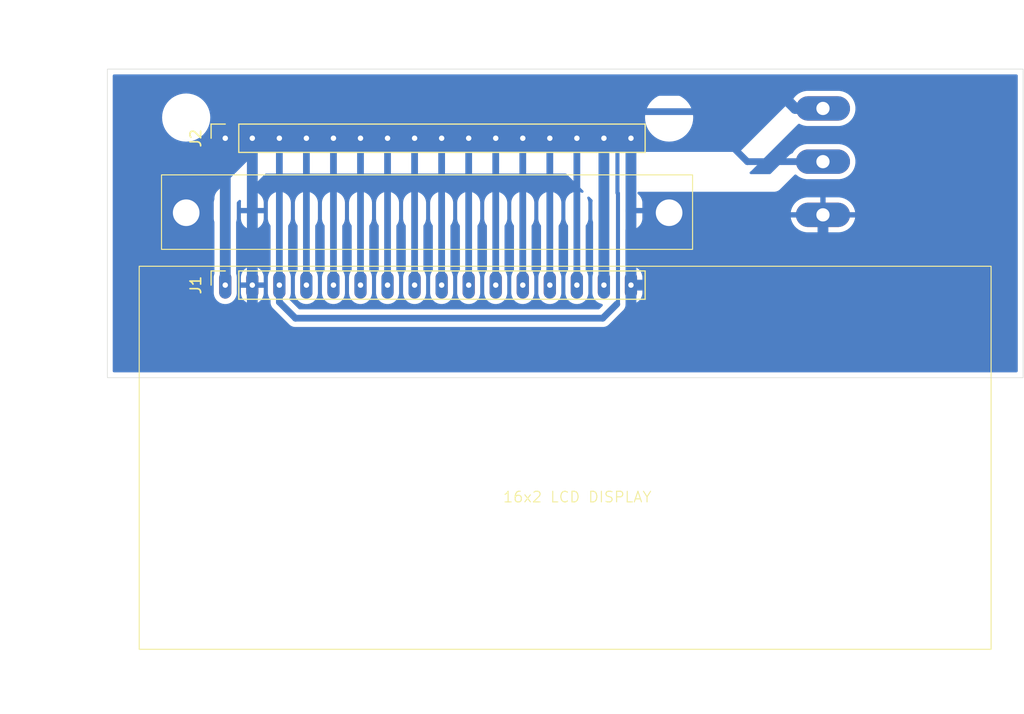
<source format=kicad_pcb>
(kicad_pcb (version 20240108) (generator "pcbnew") (generator_version "8.0")
  (layers (0 "F.Cu" signal) (31 "B.Cu" signal) (34 "B.Paste" user) (35 "F.Paste" user) (36 "B.SilkS" user "B.Silkscreen") (37 "F.SilkS" user "F.Silkscreen") (38 "B.Mask" user) (39 "F.Mask" user) (44 "Edge.Cuts" user))
  (net 0 "")
  (net 1 "Net-(J1-Pin_13)")
  (net 2 "Net-(J1-Pin_3)")
  (net 3 "Net-(J1-Pin_10)")
  (net 4 "Net-(J1-Pin_11)")
  (net 5 "Net-(J1-Pin_6)")
  (net 6 "Net-(J1-Pin_7)")
  (net 7 "Net-(J1-Pin_5)")
  (net 8 "Net-(J1-Pin_9)")
  (net 9 "Net-(J1-Pin_14)")
  (net 10 "Net-(J1-Pin_8)")
  (net 11 "Net-(J1-Pin_4)")
  (net 12 "Net-(J1-Pin_12)")
  (net 13 "VSS")
  (net 14 "GND")
  (footprint "on_board_conn:waski" (layer "F.Cu") (at 89.89 92.368 90)
    (property "Reference" "J2" (at 0 -2.77 90) (layer "F.SilkS"))
    (property "Value" "Conn_01x16_Pin")
    (fp_line (start 1.33 -1.33) (end 1.33 0) (stroke (width 0.12)) (layer "F.SilkS"))
    (fp_line (start 0 -1.33) (end 1.33 -1.33) (stroke (width 0.12)) (layer "F.SilkS"))
    (fp_line (start 1.33 1.27) (end 1.33 39.43) (stroke (width 0.12)) (layer "F.SilkS"))
    (fp_line (start -1.33 1.27) (end 1.33 1.27) (stroke (width 0.12)) (layer "F.SilkS"))
    (fp_line (start -1.33 1.27) (end -1.33 39.43) (stroke (width 0.12)) (layer "F.SilkS"))
    (fp_line (start -1.33 39.43) (end 1.33 39.43) (stroke (width 0.12)) (layer "F.SilkS"))
    (pad "1" thru_hole oval (at 0 0 90) (size 2.54 1.143) (drill 0.508) (layers "*.Cu" "*.Mask") (net 13 "VSS"))
    (pad "2" thru_hole oval (at 0 2.54 90) (size 2.54 1.143) (drill 0.508) (layers "*.Cu" "*.Mask") (net 14 "GND"))
    (pad "3" thru_hole oval (at 0 5.08 90) (size 2.54 1.143) (drill 0.508) (layers "*.Cu" "*.Mask") (net 2 "Net-(J1-Pin_3)"))
    (pad "4" thru_hole oval (at 0 7.62 90) (size 2.54 1.143) (drill 0.508) (layers "*.Cu" "*.Mask") (net 11 "Net-(J1-Pin_4)"))
    (pad "5" thru_hole oval (at 0 10.16 90) (size 2.54 1.143) (drill 0.508) (layers "*.Cu" "*.Mask") (net 7 "Net-(J1-Pin_5)"))
    (pad "6" thru_hole oval (at 0 12.7 90) (size 2.54 1.143) (drill 0.508) (layers "*.Cu" "*.Mask") (net 5 "Net-(J1-Pin_6)"))
    (pad "7" thru_hole oval (at 0 15.24 90) (size 2.54 1.143) (drill 0.508) (layers "*.Cu" "*.Mask") (net 6 "Net-(J1-Pin_7)"))
    (pad "8" thru_hole oval (at 0 17.78 90) (size 2.54 1.143) (drill 0.508) (layers "*.Cu" "*.Mask") (net 10 "Net-(J1-Pin_8)"))
    (pad "9" thru_hole oval (at 0 20.32 90) (size 2.54 1.143) (drill 0.508) (layers "*.Cu" "*.Mask") (net 8 "Net-(J1-Pin_9)"))
    (pad "10" thru_hole oval (at 0 22.86 90) (size 2.54 1.143) (drill 0.508) (layers "*.Cu" "*.Mask") (net 3 "Net-(J1-Pin_10)"))
    (pad "11" thru_hole oval (at 0 25.4 90) (size 2.54 1.143) (drill 0.508) (layers "*.Cu" "*.Mask") (net 4 "Net-(J1-Pin_11)"))
    (pad "12" thru_hole oval (at 0 27.94 90) (size 2.54 1.143) (drill 0.508) (layers "*.Cu" "*.Mask") (net 12 "Net-(J1-Pin_12)"))
    (pad "13" thru_hole oval (at 0 30.48 90) (size 2.54 1.143) (drill 0.508) (layers "*.Cu" "*.Mask") (net 1 "Net-(J1-Pin_13)"))
    (pad "14" thru_hole oval (at 0 33.02 90) (size 2.54 1.143) (drill 0.508) (layers "*.Cu" "*.Mask") (net 9 "Net-(J1-Pin_14)"))
    (pad "15" thru_hole oval (at 0 35.56 90) (size 2.54 1.143) (drill 0.508) (layers "*.Cu" "*.Mask") (net 13 "VSS"))
    (pad "16" thru_hole oval (at 0 38.1 90) (size 2.54 1.143) (drill 0.508) (layers "*.Cu" "*.Mask") (net 14 "GND"))
  )
  (footprint "Connector_PinSocket_2.54mm:PinSocket_1x16_P2.54mm_Vertical" (layer "F.Cu") (at 89.89 106.17 90)
    (property "Reference" "J1" (at 0 -2.77 90) (layer "F.SilkS"))
    (property "Value" "Conn_01x16_Pin" (hide yes))
    (fp_line (start 1.33 -1.33) (end 1.33 0) (stroke (width 0.12)) (layer "F.SilkS"))
    (fp_line (start 0 -1.33) (end 1.33 -1.33) (stroke (width 0.12)) (layer "F.SilkS"))
    (fp_line (start 1.33 1.27) (end 1.33 39.43) (stroke (width 0.12)) (layer "F.SilkS"))
    (fp_line (start -1.33 1.27) (end 1.33 1.27) (stroke (width 0.12)) (layer "F.SilkS"))
    (fp_line (start -1.33 1.27) (end -1.33 39.43) (stroke (width 0.12)) (layer "F.SilkS"))
    (fp_line (start -1.33 39.43) (end 1.33 39.43) (stroke (width 0.12)) (layer "F.SilkS"))
    (pad "1" thru_hole oval (at 0 0 90) (size 2.54 1.143) (drill 0.508) (layers "*.Cu" "*.Mask") (net 13 "VSS"))
    (pad "2" thru_hole oval (at 0 2.54 90) (size 2.54 1.143) (drill 0.508) (layers "*.Cu" "*.Mask") (net 14 "GND"))
    (pad "3" thru_hole oval (at 0 5.08 90) (size 2.54 1.143) (drill 0.508) (layers "*.Cu" "*.Mask") (net 2 "Net-(J1-Pin_3)"))
    (pad "4" thru_hole oval (at 0 7.62 90) (size 2.54 1.143) (drill 0.508) (layers "*.Cu" "*.Mask") (net 11 "Net-(J1-Pin_4)"))
    (pad "5" thru_hole oval (at 0 10.16 90) (size 2.54 1.143) (drill 0.508) (layers "*.Cu" "*.Mask") (net 7 "Net-(J1-Pin_5)"))
    (pad "6" thru_hole oval (at 0 12.7 90) (size 2.54 1.143) (drill 0.508) (layers "*.Cu" "*.Mask") (net 5 "Net-(J1-Pin_6)"))
    (pad "7" thru_hole oval (at 0 15.24 90) (size 2.54 1.143) (drill 0.508) (layers "*.Cu" "*.Mask") (net 6 "Net-(J1-Pin_7)"))
    (pad "8" thru_hole oval (at 0 17.78 90) (size 2.54 1.143) (drill 0.508) (layers "*.Cu" "*.Mask") (net 10 "Net-(J1-Pin_8)"))
    (pad "9" thru_hole oval (at 0 20.32 90) (size 2.54 1.143) (drill 0.508) (layers "*.Cu" "*.Mask") (net 8 "Net-(J1-Pin_9)"))
    (pad "10" thru_hole oval (at 0 22.86 90) (size 2.54 1.143) (drill 0.508) (layers "*.Cu" "*.Mask") (net 3 "Net-(J1-Pin_10)"))
    (pad "11" thru_hole oval (at 0 25.4 90) (size 2.54 1.143) (drill 0.508) (layers "*.Cu" "*.Mask") (net 4 "Net-(J1-Pin_11)"))
    (pad "12" thru_hole oval (at 0 27.94 90) (size 2.54 1.143) (drill 0.508) (layers "*.Cu" "*.Mask") (net 12 "Net-(J1-Pin_12)"))
    (pad "13" thru_hole oval (at 0 30.48 90) (size 2.54 1.143) (drill 0.508) (layers "*.Cu" "*.Mask") (net 1 "Net-(J1-Pin_13)"))
    (pad "14" thru_hole oval (at 0 33.02 90) (size 2.54 1.143) (drill 0.508) (layers "*.Cu" "*.Mask") (net 9 "Net-(J1-Pin_14)"))
    (pad "15" thru_hole oval (at 0 35.56 90) (size 2.54 1.143) (drill 0.508) (layers "*.Cu" "*.Mask") (net 13 "VSS"))
    (pad "16" thru_hole oval (at 0 38.1 90) (size 2.54 1.143) (drill 0.508) (layers "*.Cu" "*.Mask") (net 14 "GND"))
  )
  (footprint "Potentiometer_OEM:CONN3_PDB181-K420K-502B_BRN" (layer "F.Cu") (at 146.02 99.568 90)
    (property "Reference" "RV1" (hide yes))
    (property "Value" "10k" (hide yes))
    (pad "1" thru_hole oval (at 0 0 90) (size 2.286 5.08) (drill 1.2446) (layers "*.Cu" "*.Mask") (net 14 "GND"))
    (pad "2" thru_hole oval (at 5 0 90) (size 2.286 5.08) (drill 1.2446) (layers "*.Cu" "*.Mask") (net 2 "Net-(J1-Pin_3)"))
    (pad "3" thru_hole oval (at 10 0 90) (size 2.286 5.08) (drill 1.2446) (layers "*.Cu" "*.Mask") (net 13 "VSS"))
  )
  (gr_rect (start 83.903 95.812) (end 133.775 102.812) (stroke (width 0.1)) (fill none) (layer "F.SilkS"))
  (gr_rect (start 81.81 104.398) (end 161.81 140.398) (stroke (width 0.1)) (fill none) (layer "F.SilkS"))
  (gr_rect (start 78.82 85.87) (end 164.815 114.87) (stroke (width 0.05)) (fill none) (layer "Edge.Cuts"))
  (gr_text "16x2 LCD DISPLAY\n" (at 115.91 126.67 0) (layer "F.SilkS") (effects (font (size 1 1) (thickness 0.1)) (justify left bottom)))
  (via (at 131.572 99.368) (size 3.5) (drill 2.5) (layers "F.Cu" "B.Cu") (net 0))
  (via (at 86.22 99.368) (size 3.5) (drill 2.5) (layers "F.Cu" "B.Cu") (net 0))
  (segment (start 120.37 106.17) (end 120.37 92.368) (width 0.635) (layer "B.Cu") (net 1))
  (segment (start 94.97 106.483761) (end 94.97 106.17) (width 0.635) (layer "B.Cu") (net 2))
  (segment (start 134.22 89.868) (end 127.899606 89.868) (width 0.635) (layer "B.Cu") (net 2))
  (segment (start 126.77 97.546) (end 126.77 107.968) (width 0.381) (layer "B.Cu") (net 2))
  (segment (start 126.77 97.546) (end 126.72 97.496) (width 0.381) (layer "B.Cu") (net 2))
  (segment (start 138.92 94.568) (end 134.22 89.868) (width 0.635) (layer "B.Cu") (net 2))
  (segment (start 96.48 109.278) (end 125.34 109.278) (width 0.635) (layer "B.Cu") (net 2))
  (segment (start 146.02 94.568) (end 138.92 94.568) (width 0.635) (layer "B.Cu") (net 2))
  (segment (start 126.72 97.496) (end 126.72 90.868) (width 0.381) (layer "B.Cu") (net 2))
  (segment (start 94.97 107.768) (end 96.48 109.278) (width 0.635) (layer "B.Cu") (net 2))
  (segment (start 94.97 106.17) (end 94.97 92.368) (width 0.635) (layer "B.Cu") (net 2))
  (segment (start 125.34 109.278) (end 126.66 107.958) (width 0.635) (layer "B.Cu") (net 2))
  (segment (start 126.72 90.868) (end 127.72 89.868) (width 0.381) (layer "B.Cu") (net 2))
  (segment (start 94.97 106.17) (end 94.97 107.768) (width 0.635) (layer "B.Cu") (net 2))
  (segment (start 112.75 106.17) (end 112.75 92.368) (width 0.635) (layer "B.Cu") (net 3))
  (segment (start 115.29 106.17) (end 115.29 92.368) (width 0.635) (layer "B.Cu") (net 4))
  (segment (start 102.59 106.17) (end 102.59 92.368) (width 0.635) (layer "B.Cu") (net 5))
  (segment (start 105.13 106.17) (end 105.13 92.368) (width 0.635) (layer "B.Cu") (net 6))
  (segment (start 100.05 106.17) (end 100.05 92.368) (width 0.635) (layer "B.Cu") (net 7))
  (segment (start 110.21 106.17) (end 110.21 92.368) (width 0.635) (layer "B.Cu") (net 8))
  (segment (start 122.91 106.17) (end 122.91 92.368) (width 0.635) (layer "B.Cu") (net 9))
  (segment (start 107.67 106.17) (end 107.67 92.368) (width 0.635) (layer "B.Cu") (net 10))
  (segment (start 97.51 106.17) (end 97.51 92.368) (width 0.635) (layer "B.Cu") (net 11))
  (segment (start 117.83 106.17) (end 117.83 92.368) (width 0.635) (layer "B.Cu") (net 12))
  (segment (start 126.72 87.868) (end 125.45 89.138) (width 1.016) (layer "B.Cu") (net 13))
  (segment (start 146.02 89.568) (end 143.42 89.568) (width 1.016) (layer "B.Cu") (net 13))
  (segment (start 125.45 89.138) (end 125.45 92.368) (width 1.016) (layer "B.Cu") (net 13))
  (segment (start 89.89 89.698) (end 91.72 87.868) (width 1.016) (layer "B.Cu") (net 13))
  (segment (start 125.45 106.17) (end 125.45 92.368) (width 1.016) (layer "B.Cu") (net 13))
  (segment (start 143.42 89.568) (end 141.72 87.868) (width 1.016) (layer "B.Cu") (net 13))
  (segment (start 89.89 106.17) (end 89.89 92.368) (width 1.016) (layer "B.Cu") (net 13))
  (segment (start 141.72 87.868) (end 126.72 87.868) (width 1.016) (layer "B.Cu") (net 13))
  (segment (start 89.89 92.368) (end 89.89 89.698) (width 1.016) (layer "B.Cu") (net 13))
  (segment (start 91.72 87.868) (end 126.72 87.868) (width 1.016) (layer "B.Cu") (net 13))
  (segment (start 92.43 109.078) (end 92.43 106.17) (width 1.016) (layer "B.Cu") (net 14))
  (segment (start 92.43 107.313) (end 92.43 106.17) (width 1.016) (layer "B.Cu") (net 14))
  (segment (start 146.02 104.568) (end 144.418 106.17) (width 1.016) (layer "B.Cu") (net 14))
  (segment (start 127.99 99.17) (end 127.99 92.368) (width 1.016) (layer "B.Cu") (net 14))
  (segment (start 92.43 106.17) (end 92.43 92.368) (width 1.016) (layer "B.Cu") (net 14))
  (segment (start 94.47 111.118) (end 92.43 109.078) (width 1.016) (layer "B.Cu") (net 14))
  (segment (start 144.418 106.17) (end 127.99 106.17) (width 1.016) (layer "B.Cu") (net 14))
  (segment (start 146.02 99.568) (end 146.02 104.568) (width 1.016) (layer "B.Cu") (net 14))
  (segment (start 127.99 106.17) (end 127.99 108.898) (width 1.016) (layer "B.Cu") (net 14))
  (segment (start 127.99 108.898) (end 125.77 111.118) (width 1.016) (layer "B.Cu") (net 14))
  (segment (start 125.77 111.118) (end 94.47 111.118) (width 1.016) (layer "B.Cu") (net 14))
  (segment (start 127.99 99.17) (end 127.99 106.17) (width 1.016) (layer "B.Cu") (net 14))
  (zone (net 14) (net_name "GND") (layer "B.Cu") (connect_pads (clearance 0.5)) (min_thickness 0.25) (fill yes (thermal_gap 0.5) (thermal_bridge_width 0.5))
    (polygon (pts (xy 78.82 85.818) (xy 164.82 85.868) (xy 164.92 114.868) (xy 78.92 114.818)))
  )
)
</source>
